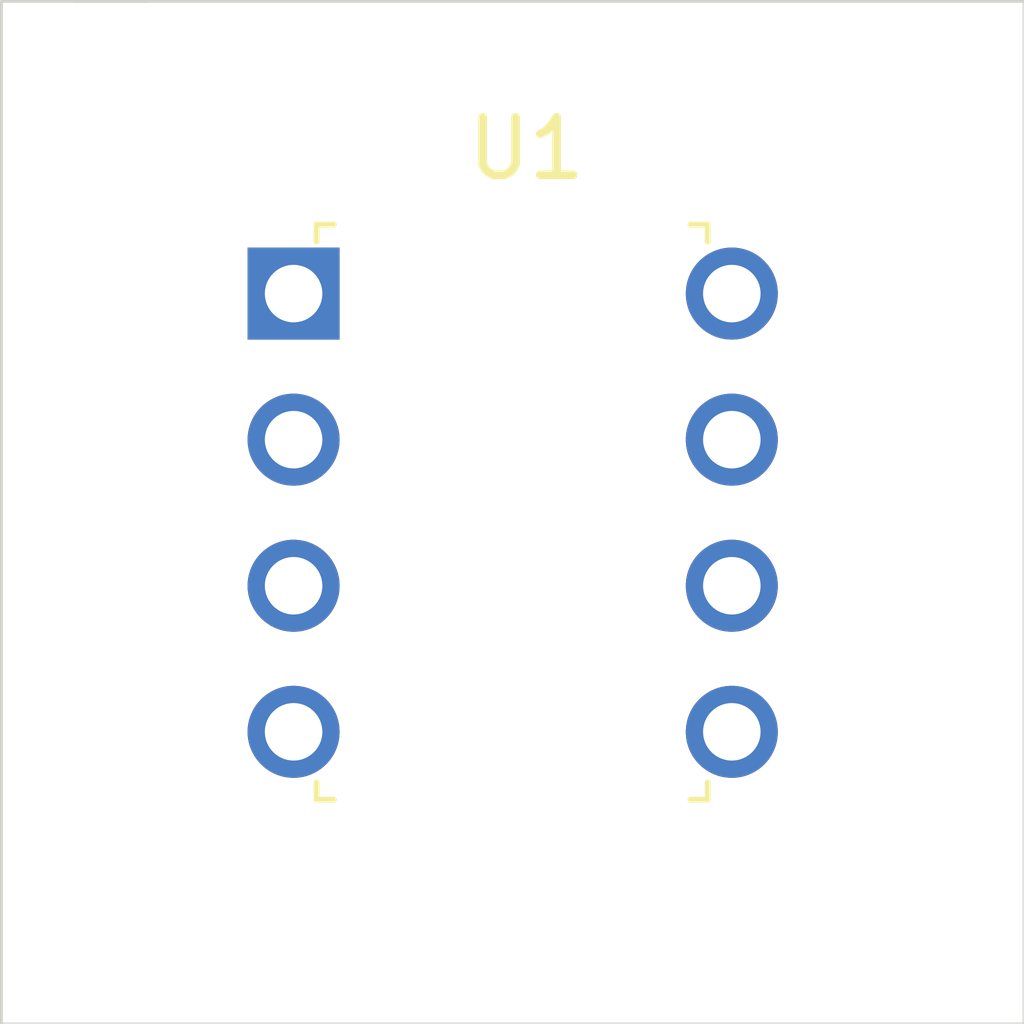
<source format=kicad_pcb>
(kicad_pcb (version 20171130) (host pcbnew 5.1.2-f72e74a~84~ubuntu18.04.1)

  (general
    (thickness 1.6)
    (drawings 5)
    (tracks 0)
    (zones 0)
    (modules 1)
    (nets 9)
  )

  (page A4)
  (layers
    (0 F.Cu signal)
    (31 B.Cu signal)
    (32 B.Adhes user)
    (33 F.Adhes user)
    (34 B.Paste user)
    (35 F.Paste user)
    (36 B.SilkS user)
    (37 F.SilkS user)
    (38 B.Mask user)
    (39 F.Mask user)
    (40 Dwgs.User user)
    (41 Cmts.User user)
    (42 Eco1.User user)
    (43 Eco2.User user)
    (44 Edge.Cuts user)
    (45 Margin user)
    (46 B.CrtYd user)
    (47 F.CrtYd user)
    (48 B.Fab user)
    (49 F.Fab user)
  )

  (setup
    (last_trace_width 0.25)
    (trace_clearance 0.2)
    (zone_clearance 0.508)
    (zone_45_only no)
    (trace_min 0.2)
    (via_size 0.8)
    (via_drill 0.4)
    (via_min_size 0.4)
    (via_min_drill 0.3)
    (uvia_size 0.3)
    (uvia_drill 0.1)
    (uvias_allowed no)
    (uvia_min_size 0.2)
    (uvia_min_drill 0.1)
    (edge_width 0.05)
    (segment_width 0.2)
    (pcb_text_width 0.3)
    (pcb_text_size 1.5 1.5)
    (mod_edge_width 0.12)
    (mod_text_size 1 1)
    (mod_text_width 0.15)
    (pad_size 1.524 1.524)
    (pad_drill 0.762)
    (pad_to_mask_clearance 0.051)
    (solder_mask_min_width 0.25)
    (aux_axis_origin 0 0)
    (visible_elements FFFFFF7F)
    (pcbplotparams
      (layerselection 0x010fc_ffffffff)
      (usegerberextensions false)
      (usegerberattributes false)
      (usegerberadvancedattributes false)
      (creategerberjobfile false)
      (excludeedgelayer true)
      (linewidth 0.100000)
      (plotframeref false)
      (viasonmask false)
      (mode 1)
      (useauxorigin false)
      (hpglpennumber 1)
      (hpglpenspeed 20)
      (hpglpendiameter 15.000000)
      (psnegative false)
      (psa4output false)
      (plotreference true)
      (plotvalue true)
      (plotinvisibletext false)
      (padsonsilk false)
      (subtractmaskfromsilk false)
      (outputformat 1)
      (mirror false)
      (drillshape 1)
      (scaleselection 1)
      (outputdirectory ""))
  )

  (net 0 "")
  (net 1 "Net-(U1-Pad1)")
  (net 2 "Net-(U1-Pad2)")
  (net 3 "Net-(U1-Pad3)")
  (net 4 "Net-(U1-Pad4)")
  (net 5 "Net-(U1-Pad5)")
  (net 6 "Net-(U1-Pad6)")
  (net 7 "Net-(U1-Pad7)")
  (net 8 "Net-(U1-Pad8)")

  (net_class Default "This is the default net class."
    (clearance 0.2)
    (trace_width 0.25)
    (via_dia 0.8)
    (via_drill 0.4)
    (uvia_dia 0.3)
    (uvia_drill 0.1)
    (add_net "Net-(U1-Pad1)")
    (add_net "Net-(U1-Pad2)")
    (add_net "Net-(U1-Pad3)")
    (add_net "Net-(U1-Pad4)")
    (add_net "Net-(U1-Pad5)")
    (add_net "Net-(U1-Pad6)")
    (add_net "Net-(U1-Pad7)")
    (add_net "Net-(U1-Pad8)")
  )

  (module digikey-footprints:DIP-8_W7.62mm (layer F.Cu) (tedit 5B86B3A2) (tstamp 5CED9F0B)
    (at 152.4 85.09)
    (descr http://media.digikey.com/pdf/Data%20Sheets/Lite-On%20PDFs/6N137%20Series.pdf)
    (path /5CED9F78)
    (fp_text reference U1 (at 4.05 -2.52) (layer F.SilkS)
      (effects (font (size 1 1) (thickness 0.15)))
    )
    (fp_text value LM386N-1_NOPB (at 3.94 10.33) (layer F.Fab)
      (effects (font (size 1 1) (thickness 0.15)))
    )
    (fp_line (start -1.05 8.89) (end 8.67 8.89) (layer F.CrtYd) (width 0.1))
    (fp_line (start -1.05 -1.29) (end -1.05 8.89) (layer F.CrtYd) (width 0.1))
    (fp_line (start 8.67 -1.29) (end 8.67 8.89) (layer F.CrtYd) (width 0.1))
    (fp_line (start -1.05 -1.29) (end 8.67 -1.29) (layer F.CrtYd) (width 0.1))
    (fp_line (start 0.4 -0.9) (end 0.4 -1.2) (layer F.SilkS) (width 0.1))
    (fp_line (start 0.4 -1.2) (end 0.7 -1.2) (layer F.SilkS) (width 0.1))
    (fp_line (start 7.2 -0.9) (end 7.2 -1.2) (layer F.SilkS) (width 0.1))
    (fp_line (start 7.2 -1.2) (end 6.9 -1.2) (layer F.SilkS) (width 0.1))
    (fp_line (start 7.2 8.5) (end 7.2 8.8) (layer F.SilkS) (width 0.1))
    (fp_line (start 7.2 8.8) (end 6.9 8.8) (layer F.SilkS) (width 0.1))
    (fp_line (start 0.4 8.5) (end 0.4 8.8) (layer F.SilkS) (width 0.1))
    (fp_line (start 0.4 8.8) (end 0.7 8.8) (layer F.SilkS) (width 0.1))
    (fp_line (start 0.55 8.64) (end 7.05 8.64) (layer F.Fab) (width 0.1))
    (fp_line (start 0.55 -1.04) (end 7.05 -1.04) (layer F.Fab) (width 0.1))
    (fp_line (start 7.05 -1.04) (end 7.05 8.64) (layer F.Fab) (width 0.1))
    (fp_line (start 0.55 -1.04) (end 0.55 8.64) (layer F.Fab) (width 0.1))
    (fp_text user REF** (at 3.94 3.49) (layer F.Fab)
      (effects (font (size 1 1) (thickness 0.1)))
    )
    (pad 1 thru_hole rect (at 0 0) (size 1.6 1.6) (drill 1) (layers *.Cu *.Mask)
      (net 1 "Net-(U1-Pad1)"))
    (pad 2 thru_hole circle (at 0 2.54) (size 1.6 1.6) (drill 1) (layers *.Cu *.Mask)
      (net 2 "Net-(U1-Pad2)"))
    (pad 3 thru_hole circle (at 0 5.08) (size 1.6 1.6) (drill 1) (layers *.Cu *.Mask)
      (net 3 "Net-(U1-Pad3)"))
    (pad 4 thru_hole circle (at 0 7.62) (size 1.6 1.6) (drill 1) (layers *.Cu *.Mask)
      (net 4 "Net-(U1-Pad4)"))
    (pad 5 thru_hole circle (at 7.62 7.62) (size 1.6 1.6) (drill 1) (layers *.Cu *.Mask)
      (net 5 "Net-(U1-Pad5)"))
    (pad 6 thru_hole circle (at 7.62 5.08) (size 1.6 1.6) (drill 1) (layers *.Cu *.Mask)
      (net 6 "Net-(U1-Pad6)"))
    (pad 7 thru_hole circle (at 7.62 2.54) (size 1.6 1.6) (drill 1) (layers *.Cu *.Mask)
      (net 7 "Net-(U1-Pad7)"))
    (pad 8 thru_hole circle (at 7.62 0) (size 1.6 1.6) (drill 1) (layers *.Cu *.Mask)
      (net 8 "Net-(U1-Pad8)"))
    (model ${KISYS3DMOD}/Housings_DIP.3dshapes/DIP-8_W7.62mm.wrl
      (at (xyz 0 0 0))
      (scale (xyz 1 1 1))
      (rotate (xyz 0 0 0))
    )
  )

  (gr_line (start 147.32 80.01) (end 149.86 80.01) (layer Edge.Cuts) (width 0.05))
  (gr_line (start 147.32 97.79) (end 147.32 80.01) (layer Edge.Cuts) (width 0.05))
  (gr_line (start 165.1 97.79) (end 147.32 97.79) (layer Edge.Cuts) (width 0.05))
  (gr_line (start 165.1 80.01) (end 165.1 97.79) (layer Edge.Cuts) (width 0.05))
  (gr_line (start 148.59 80.01) (end 165.1 80.01) (layer Edge.Cuts) (width 0.05))

)

</source>
